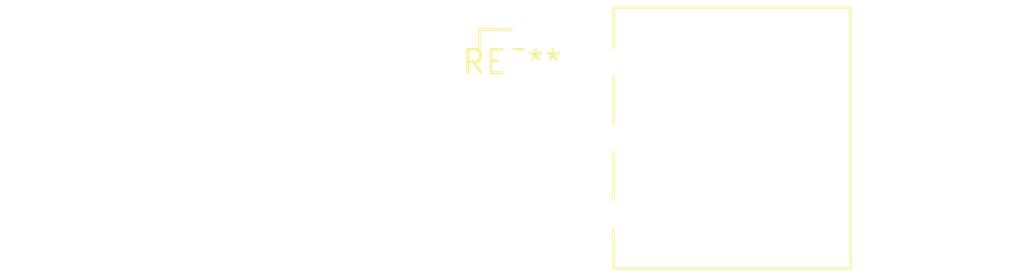
<source format=kicad_pcb>
(kicad_pcb (version 20240108) (generator pcbnew)
  (layers (0 "F.Cu" signal) (31 "B.Cu" signal) (34 "B.Paste" user) (35 "F.Paste" user) (36 "B.SilkS" user "B.Silkscreen") (37 "F.SilkS" user "F.Silkscreen") (38 "B.Mask" user) (39 "F.Mask" user) (44 "Edge.Cuts" user))
  (net 0 "")
  (footprint "TE_MATE-N-LOK_1-770969-x_2x03_P4.14mm_Horizontal" (layer "F.Cu") (at 0 0)
    (property "Reference" "REF**")
    (property "Value" "TE_MATE-N-LOK_1-770969-x_2x03_P4.14mm_Horizontal")
    (fp_line (start -1.78 -1.78) (end -1.78 0) (layer "F.SilkS") (stroke (width 0.12)))
    (fp_line (start 0 -1.78) (end -1.78 -1.78) (layer "F.SilkS") (stroke (width 0.12)))
    (fp_line (start 5.53 -2.97) (end 18.45 -2.97) (layer "F.SilkS") (stroke (width 0.12)))
    (fp_line (start 5.53 -0.751199) (end 5.53 -2.97) (layer "F.SilkS") (stroke (width 0.12)))
    (fp_line (start 5.53 0.751199) (end 5.53 3.388801) (layer "F.SilkS") (stroke (width 0.12)))
    (fp_line (start 5.53 4.891199) (end 5.53 7.528801) (layer "F.SilkS") (stroke (width 0.12)))
    (fp_line (start 5.53 11.25) (end 5.53 9.031199) (layer "F.SilkS") (stroke (width 0.12)))
    (fp_line (start 18.45 -2.97) (end 18.45 11.25) (layer "F.SilkS") (stroke (width 0.12)))
    (fp_line (start 18.45 11.25) (end 5.53 11.25) (layer "F.SilkS") (stroke (width 0.12)))
    (pad "" np_thru_hole circle (at 11.48 4.14) (size 3.86 3.86) (drill 3.86) (layers *.Cu *.Mask))
    (pad "1" thru_hole roundrect (at 0 0) (size 2.64 2.64) (drill 1.4) (layers *.Cu *.Mask) (remove_unused_layers) (roundrect_rratio 0.094697))
    (pad "2" thru_hole circle (at 0 4.14) (size 2.64 2.64) (drill 1.4) (layers *.Cu *.Mask) (remove_unused_layers))
    (pad "3" thru_hole circle (at 0 8.28) (size 2.64 2.64) (drill 1.4) (layers *.Cu *.Mask) (remove_unused_layers))
    (pad "4" thru_hole circle (at 4.14 0) (size 2.64 2.64) (drill 1.4) (layers *.Cu *.Mask) (remove_unused_layers))
    (pad "5" thru_hole circle (at 4.14 4.14) (size 2.64 2.64) (drill 1.4) (layers *.Cu *.Mask) (remove_unused_layers))
    (pad "6" thru_hole circle (at 4.14 8.28) (size 2.64 2.64) (drill 1.4) (layers *.Cu *.Mask) (remove_unused_layers))
  )
)
</source>
